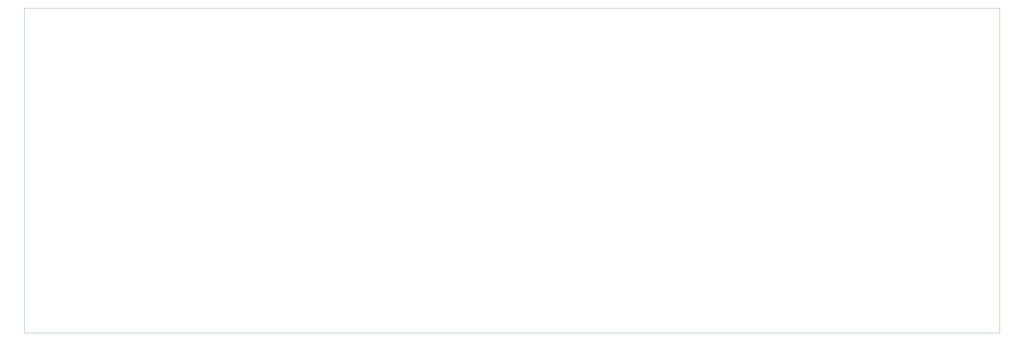
<source format=gbr>
G04 #@! TF.GenerationSoftware,KiCad,Pcbnew,5.1.6-c6e7f7d~87~ubuntu18.04.1*
G04 #@! TF.CreationDate,2020-11-30T10:13:03-05:00*
G04 #@! TF.ProjectId,pedal-board-2020,70656461-6c2d-4626-9f61-72642d323032,rev?*
G04 #@! TF.SameCoordinates,Original*
G04 #@! TF.FileFunction,Profile,NP*
%FSLAX46Y46*%
G04 Gerber Fmt 4.6, Leading zero omitted, Abs format (unit mm)*
G04 Created by KiCad (PCBNEW 5.1.6-c6e7f7d~87~ubuntu18.04.1) date 2020-11-30 10:13:03*
%MOMM*%
%LPD*%
G01*
G04 APERTURE LIST*
G04 #@! TA.AperFunction,Profile*
%ADD10C,0.050000*%
G04 #@! TD*
G04 APERTURE END LIST*
D10*
X322580000Y-12700000D02*
X320040000Y-12700000D01*
X322580000Y-114300000D02*
X322580000Y-12700000D01*
X17780000Y-12700000D02*
X320040000Y-12700000D01*
X17780000Y-114300000D02*
X17780000Y-12700000D01*
X322580000Y-114300000D02*
X17780000Y-114300000D01*
M02*

</source>
